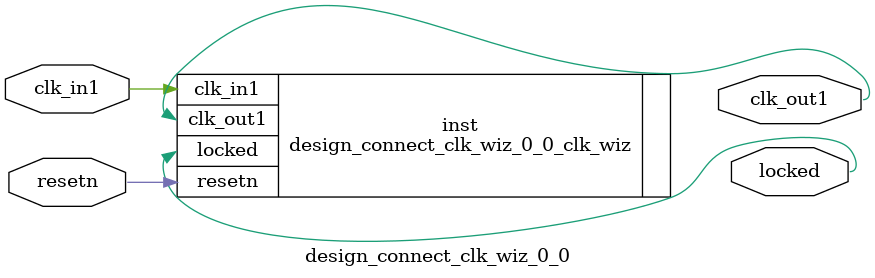
<source format=v>


`timescale 1ps/1ps

(* CORE_GENERATION_INFO = "design_connect_clk_wiz_0_0,clk_wiz_v6_0_2_0_0,{component_name=design_connect_clk_wiz_0_0,use_phase_alignment=true,use_min_o_jitter=false,use_max_i_jitter=false,use_dyn_phase_shift=false,use_inclk_switchover=false,use_dyn_reconfig=false,enable_axi=0,feedback_source=FDBK_AUTO,PRIMITIVE=MMCM,num_out_clk=1,clkin1_period=20.000,clkin2_period=10.0,use_power_down=false,use_reset=true,use_locked=true,use_inclk_stopped=false,feedback_type=SINGLE,CLOCK_MGR_TYPE=NA,manual_override=false}" *)

module design_connect_clk_wiz_0_0 
 (
  // Clock out ports
  output        clk_out1,
  // Status and control signals
  input         resetn,
  output        locked,
 // Clock in ports
  input         clk_in1
 );

  design_connect_clk_wiz_0_0_clk_wiz inst
  (
  // Clock out ports  
  .clk_out1(clk_out1),
  // Status and control signals               
  .resetn(resetn), 
  .locked(locked),
 // Clock in ports
  .clk_in1(clk_in1)
  );

endmodule

</source>
